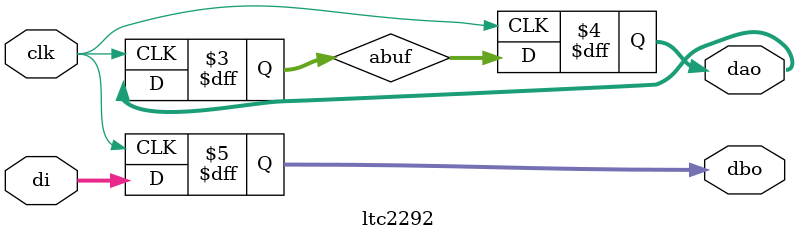
<source format=v>
`default_nettype none


// TODO this module currently only supports a multiplexed output bus
// in full-range 2s complement mode. See the datasheet for details and
// other modes.

module ltc2292 #(
   parameter MUX = "TRUE"
) (
   input wire        clk,
   input wire [11:0] di,
   output reg [11:0] dao,
   output reg [11:0] dbo
);

   // When the ADC outputs are multiplexed, channel A should be
   // sampled on the clock's falling edge and channel B sampled on the
   // clock's rising edge.

   reg signed [11:0]         abuf;

   always @(posedge clk) begin
      dao <= abuf;
      dbo <= di;
   end

   always @(negedge clk) begin
      abuf <= dao;
   end

endmodule

</source>
